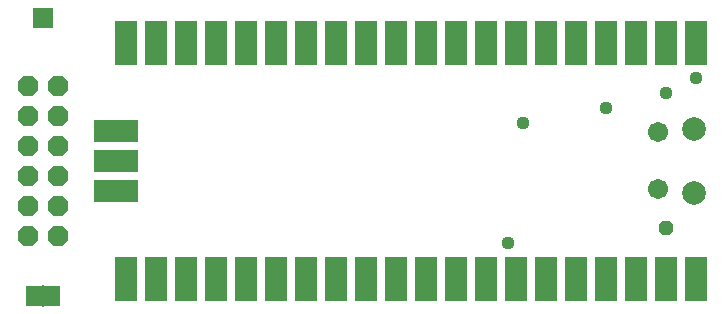
<source format=gts>
G75*
%MOIN*%
%OFA0B0*%
%FSLAX24Y24*%
%IPPOS*%
%LPD*%
%AMOC8*
5,1,8,0,0,1.08239X$1,22.5*
%
%ADD10R,0.0749X0.1458*%
%ADD11C,0.0789*%
%ADD12C,0.0671*%
%ADD13R,0.1458X0.0749*%
%ADD14R,0.0540X0.0710*%
%ADD15R,0.0060X0.0720*%
%ADD16R,0.0710X0.0710*%
%ADD17OC8,0.0680*%
%ADD18C,0.0437*%
%ADD19OC8,0.0476*%
D10*
X004430Y001743D03*
X005430Y001743D03*
X006430Y001743D03*
X007430Y001743D03*
X008430Y001743D03*
X009430Y001743D03*
X010430Y001743D03*
X011430Y001743D03*
X012430Y001743D03*
X013430Y001743D03*
X014430Y001743D03*
X015430Y001743D03*
X016430Y001743D03*
X017430Y001743D03*
X018430Y001743D03*
X019430Y001743D03*
X020430Y001743D03*
X021430Y001743D03*
X022430Y001743D03*
X023430Y001743D03*
X023430Y009617D03*
X022430Y009617D03*
X021430Y009617D03*
X020430Y009617D03*
X019430Y009617D03*
X018430Y009617D03*
X017430Y009617D03*
X016430Y009617D03*
X015430Y009617D03*
X014430Y009617D03*
X013430Y009617D03*
X012430Y009617D03*
X011430Y009617D03*
X010430Y009617D03*
X009430Y009617D03*
X008430Y009617D03*
X007430Y009617D03*
X006430Y009617D03*
X005430Y009617D03*
X004430Y009617D03*
D11*
X023379Y006753D03*
X023379Y004607D03*
D12*
X022186Y004725D03*
X022186Y006635D03*
D13*
X004117Y006680D03*
X004117Y005680D03*
X004117Y004680D03*
D14*
X001380Y001180D03*
X001980Y001180D03*
D15*
X001680Y001180D03*
D16*
X001680Y010430D03*
D17*
X001180Y008180D03*
X002180Y008180D03*
X002180Y007180D03*
X001180Y007180D03*
X001180Y006180D03*
X002180Y006180D03*
X002180Y005180D03*
X001180Y005180D03*
X001180Y004180D03*
X002180Y004180D03*
X002180Y003180D03*
X001180Y003180D03*
D18*
X017180Y002930D03*
X017680Y006930D03*
X020430Y007430D03*
X022430Y007930D03*
X023430Y008430D03*
D19*
X022430Y003430D03*
M02*

</source>
